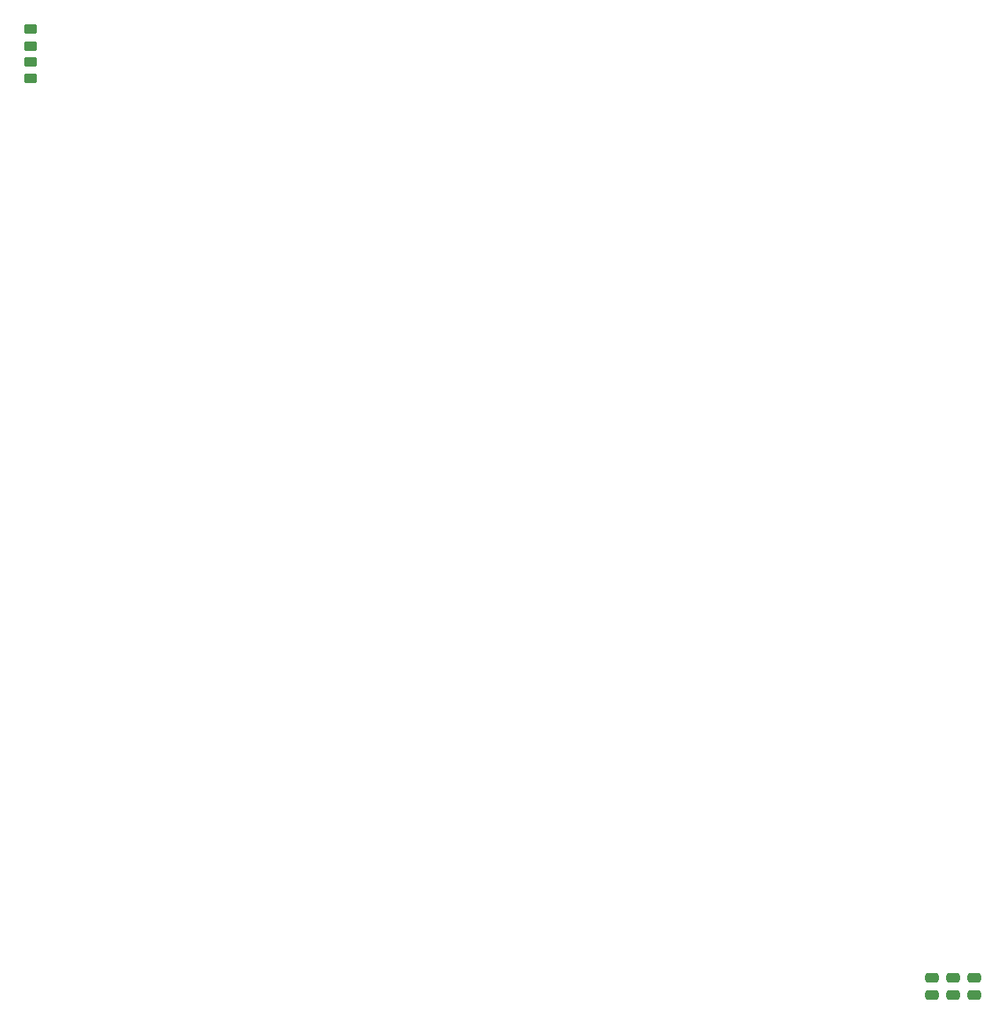
<source format=gbr>
%TF.GenerationSoftware,KiCad,Pcbnew,(6.0.9)*%
%TF.CreationDate,2023-07-09T09:32:53+10:00*%
%TF.ProjectId,Main 2.4,4d61696e-2032-42e3-942e-6b696361645f,rev?*%
%TF.SameCoordinates,Original*%
%TF.FileFunction,Paste,Top*%
%TF.FilePolarity,Positive*%
%FSLAX46Y46*%
G04 Gerber Fmt 4.6, Leading zero omitted, Abs format (unit mm)*
G04 Created by KiCad (PCBNEW (6.0.9)) date 2023-07-09 09:32:53*
%MOMM*%
%LPD*%
G01*
G04 APERTURE LIST*
G04 Aperture macros list*
%AMRoundRect*
0 Rectangle with rounded corners*
0 $1 Rounding radius*
0 $2 $3 $4 $5 $6 $7 $8 $9 X,Y pos of 4 corners*
0 Add a 4 corners polygon primitive as box body*
4,1,4,$2,$3,$4,$5,$6,$7,$8,$9,$2,$3,0*
0 Add four circle primitives for the rounded corners*
1,1,$1+$1,$2,$3*
1,1,$1+$1,$4,$5*
1,1,$1+$1,$6,$7*
1,1,$1+$1,$8,$9*
0 Add four rect primitives between the rounded corners*
20,1,$1+$1,$2,$3,$4,$5,0*
20,1,$1+$1,$4,$5,$6,$7,0*
20,1,$1+$1,$6,$7,$8,$9,0*
20,1,$1+$1,$8,$9,$2,$3,0*%
G04 Aperture macros list end*
%ADD10RoundRect,0.250000X0.475000X-0.250000X0.475000X0.250000X-0.475000X0.250000X-0.475000X-0.250000X0*%
%ADD11RoundRect,0.250000X-0.450000X0.262500X-0.450000X-0.262500X0.450000X-0.262500X0.450000X0.262500X0*%
%ADD12RoundRect,0.250000X0.450000X-0.262500X0.450000X0.262500X-0.450000X0.262500X-0.450000X-0.262500X0*%
G04 APERTURE END LIST*
D10*
%TO.C,C1*%
X216750000Y-202950000D03*
X216750000Y-201050000D03*
%TD*%
%TO.C,C3*%
X219000000Y-202950000D03*
X219000000Y-201050000D03*
%TD*%
%TO.C,C4*%
X221250000Y-202950000D03*
X221250000Y-201050000D03*
%TD*%
D11*
%TO.C,R14*%
X119250000Y-98587500D03*
X119250000Y-100412500D03*
%TD*%
D12*
%TO.C,R13*%
X119250000Y-103912500D03*
X119250000Y-102087500D03*
%TD*%
M02*

</source>
